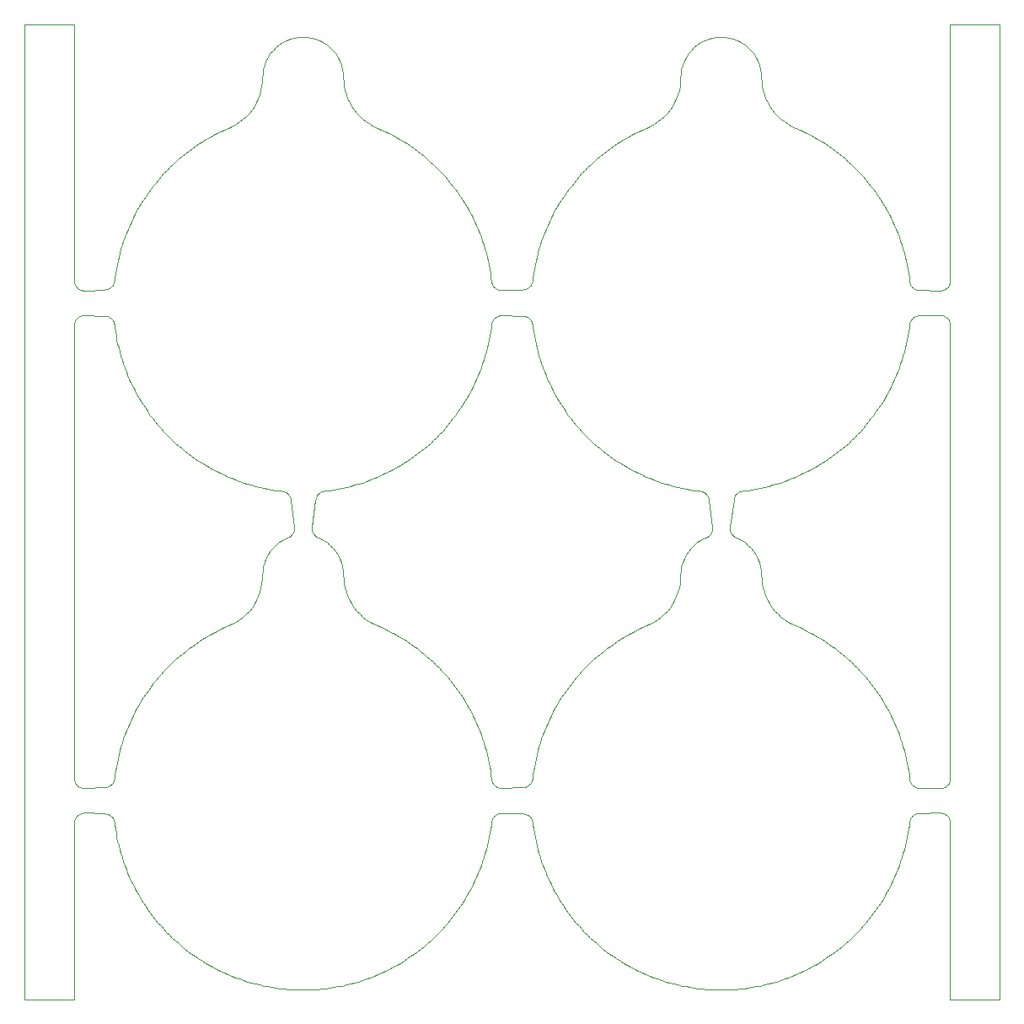
<source format=gko>
%MOIN*%
%OFA0B0*%
%FSLAX44Y44*%
%IPPOS*%
%LPD*%
%ADD10C,0*%
D10*
X00037007Y00028833D02*
X00037007Y00028833D01*
X00037006Y00028801D01*
X00037002Y00028771D01*
X00036996Y00028740D01*
X00036988Y00028710D01*
X00036977Y00028681D01*
X00036964Y00028653D01*
X00036949Y00028626D01*
X00036931Y00028600D01*
X00036912Y00028575D01*
X00036891Y00028553D01*
X00036868Y00028532D01*
X00036843Y00028513D01*
X00036817Y00028495D01*
X00036790Y00028480D01*
X00036761Y00028468D01*
X00036732Y00028457D01*
X00036702Y00028449D01*
X00036671Y00028443D01*
X00036640Y00028440D01*
X00036609Y00028439D01*
X00035787Y00028448D01*
X00035759Y00028449D01*
X00035730Y00028453D01*
X00035702Y00028458D01*
X00035674Y00028466D01*
X00035647Y00028476D01*
X00035621Y00028487D01*
X00035596Y00028500D01*
X00035571Y00028516D01*
X00035548Y00028533D01*
X00035526Y00028551D01*
X00035506Y00028571D01*
X00035487Y00028593D01*
X00035469Y00028616D01*
X00035454Y00028640D01*
X00035440Y00028665D01*
X00035428Y00028691D01*
X00035418Y00028718D01*
X00035410Y00028746D01*
X00035404Y00028774D01*
X00035400Y00028802D01*
X00035400Y00028804D01*
X00035380Y00028967D01*
X00035356Y00029131D01*
X00035329Y00029293D01*
X00035298Y00029455D01*
X00035264Y00029617D01*
X00035226Y00029777D01*
X00035184Y00029937D01*
X00035139Y00030096D01*
X00035091Y00030254D01*
X00035039Y00030410D01*
X00034984Y00030566D01*
X00034925Y00030720D01*
X00034863Y00030873D01*
X00034798Y00031024D01*
X00034729Y00031174D01*
X00034657Y00031323D01*
X00034581Y00031470D01*
X00034503Y00031615D01*
X00034421Y00031758D01*
X00034336Y00031900D01*
X00034249Y00032039D01*
X00034158Y00032177D01*
X00034064Y00032313D01*
X00033967Y00032446D01*
X00033867Y00032578D01*
X00033764Y00032707D01*
X00033659Y00032834D01*
X00033551Y00032958D01*
X00033440Y00033080D01*
X00033326Y00033200D01*
X00033210Y00033317D01*
X00033091Y00033432D01*
X00032970Y00033544D01*
X00032846Y00033653D01*
X00032720Y00033759D01*
X00032592Y00033863D01*
X00032461Y00033964D01*
X00032328Y00034062D01*
X00032193Y00034157D01*
X00032056Y00034249D01*
X00031917Y00034338D01*
X00031776Y00034423D01*
X00031634Y00034506D01*
X00031489Y00034586D01*
X00031343Y00034662D01*
X00031195Y00034735D01*
X00031045Y00034805D01*
X00030895Y00034872D01*
X00030895Y00034872D01*
X00030738Y00034942D01*
X00030588Y00035023D01*
X00030445Y00035117D01*
X00030310Y00035221D01*
X00030184Y00035336D01*
X00030067Y00035461D01*
X00029960Y00035594D01*
X00029864Y00035736D01*
X00029780Y00035885D01*
X00029708Y00036040D01*
X00029648Y00036200D01*
X00029601Y00036364D01*
X00029568Y00036532D01*
X00029547Y00036701D01*
X00029540Y00036872D01*
X00029532Y00037039D01*
X00029505Y00037205D01*
X00029462Y00037366D01*
X00029402Y00037523D01*
X00029326Y00037672D01*
X00029235Y00037812D01*
X00029129Y00037943D01*
X00029011Y00038061D01*
X00028881Y00038166D01*
X00028740Y00038258D01*
X00028591Y00038334D01*
X00028435Y00038394D01*
X00028273Y00038437D01*
X00028108Y00038463D01*
X00027940Y00038472D01*
X00027773Y00038463D01*
X00027608Y00038437D01*
X00027446Y00038394D01*
X00027290Y00038334D01*
X00027140Y00038258D01*
X00027000Y00038166D01*
X00026870Y00038061D01*
X00026751Y00037943D01*
X00026646Y00037812D01*
X00026555Y00037672D01*
X00026479Y00037523D01*
X00026419Y00037366D01*
X00026375Y00037205D01*
X00026349Y00037039D01*
X00026340Y00036872D01*
X00026334Y00036701D01*
X00026313Y00036532D01*
X00026280Y00036364D01*
X00026233Y00036200D01*
X00026173Y00036040D01*
X00026101Y00035885D01*
X00026017Y00035736D01*
X00025921Y00035595D01*
X00025814Y00035461D01*
X00025697Y00035336D01*
X00025571Y00035222D01*
X00025435Y00035117D01*
X00025292Y00035024D01*
X00025142Y00034942D01*
X00024986Y00034872D01*
X00024835Y00034805D01*
X00024686Y00034735D01*
X00024538Y00034662D01*
X00024392Y00034586D01*
X00024247Y00034506D01*
X00024105Y00034423D01*
X00023964Y00034338D01*
X00023825Y00034249D01*
X00023688Y00034157D01*
X00023553Y00034062D01*
X00023420Y00033964D01*
X00023289Y00033863D01*
X00023161Y00033759D01*
X00023035Y00033653D01*
X00022911Y00033544D01*
X00022790Y00033432D01*
X00022671Y00033317D01*
X00022555Y00033200D01*
X00022441Y00033080D01*
X00022330Y00032958D01*
X00022222Y00032834D01*
X00022117Y00032707D01*
X00022014Y00032578D01*
X00021914Y00032446D01*
X00021817Y00032313D01*
X00021723Y00032177D01*
X00021632Y00032039D01*
X00021544Y00031900D01*
X00021460Y00031758D01*
X00021378Y00031615D01*
X00021299Y00031470D01*
X00021224Y00031323D01*
X00021152Y00031174D01*
X00021083Y00031024D01*
X00021018Y00030873D01*
X00020956Y00030720D01*
X00020897Y00030566D01*
X00020842Y00030410D01*
X00020790Y00030254D01*
X00020741Y00030096D01*
X00020697Y00029937D01*
X00020655Y00029777D01*
X00020617Y00029617D01*
X00020583Y00029455D01*
X00020552Y00029293D01*
X00020525Y00029131D01*
X00020501Y00028967D01*
X00020483Y00028822D01*
X00020479Y00028795D01*
X00020473Y00028768D01*
X00020464Y00028741D01*
X00020454Y00028715D01*
X00020442Y00028690D01*
X00020429Y00028666D01*
X00020414Y00028642D01*
X00020397Y00028620D01*
X00020378Y00028599D01*
X00020358Y00028580D01*
X00020337Y00028562D01*
X00020315Y00028545D01*
X00020291Y00028530D01*
X00020267Y00028517D01*
X00020241Y00028506D01*
X00020215Y00028496D01*
X00020188Y00028488D01*
X00020161Y00028483D01*
X00020134Y00028479D01*
X00020106Y00028477D01*
X00019270Y00028448D01*
X00019240Y00028448D01*
X00019211Y00028451D01*
X00019181Y00028455D01*
X00019153Y00028462D01*
X00019124Y00028471D01*
X00019097Y00028482D01*
X00019070Y00028495D01*
X00019045Y00028510D01*
X00019020Y00028527D01*
X00018997Y00028545D01*
X00018976Y00028566D01*
X00018956Y00028588D01*
X00018938Y00028611D01*
X00018921Y00028635D01*
X00018907Y00028661D01*
X00018894Y00028688D01*
X00018883Y00028716D01*
X00018875Y00028744D01*
X00018869Y00028773D01*
X00018865Y00028802D01*
X00018865Y00028804D01*
X00018844Y00028967D01*
X00018821Y00029131D01*
X00018794Y00029293D01*
X00018763Y00029455D01*
X00018728Y00029617D01*
X00018690Y00029777D01*
X00018649Y00029937D01*
X00018604Y00030096D01*
X00018556Y00030254D01*
X00018504Y00030410D01*
X00018448Y00030566D01*
X00018390Y00030720D01*
X00018328Y00030873D01*
X00018262Y00031024D01*
X00018193Y00031174D01*
X00018121Y00031323D01*
X00018046Y00031470D01*
X00017968Y00031615D01*
X00017886Y00031758D01*
X00017801Y00031900D01*
X00017713Y00032039D01*
X00017622Y00032177D01*
X00017528Y00032313D01*
X00017431Y00032446D01*
X00017332Y00032578D01*
X00017229Y00032707D01*
X00017123Y00032834D01*
X00017015Y00032958D01*
X00016904Y00033080D01*
X00016791Y00033200D01*
X00016674Y00033317D01*
X00016556Y00033432D01*
X00016434Y00033544D01*
X00016311Y00033653D01*
X00016185Y00033759D01*
X00016056Y00033863D01*
X00015926Y00033964D01*
X00015793Y00034062D01*
X00015658Y00034157D01*
X00015521Y00034249D01*
X00015382Y00034338D01*
X00015241Y00034423D01*
X00015098Y00034506D01*
X00014954Y00034586D01*
X00014807Y00034662D01*
X00014660Y00034735D01*
X00014510Y00034805D01*
X00014359Y00034872D01*
X00014359Y00034872D01*
X00014203Y00034942D01*
X00014053Y00035023D01*
X00013910Y00035117D01*
X00013775Y00035221D01*
X00013648Y00035336D01*
X00013531Y00035461D01*
X00013425Y00035594D01*
X00013329Y00035736D01*
X00013245Y00035885D01*
X00013172Y00036040D01*
X00013113Y00036200D01*
X00013066Y00036364D01*
X00013032Y00036532D01*
X00013012Y00036701D01*
X00013005Y00036872D01*
X00012996Y00037039D01*
X00012970Y00037205D01*
X00012927Y00037366D01*
X00012867Y00037523D01*
X00012791Y00037672D01*
X00012699Y00037812D01*
X00012594Y00037943D01*
X00012476Y00038061D01*
X00012345Y00038166D01*
X00012205Y00038258D01*
X00012056Y00038334D01*
X00011899Y00038394D01*
X00011738Y00038437D01*
X00011572Y00038463D01*
X00011405Y00038472D01*
X00011238Y00038463D01*
X00011072Y00038437D01*
X00010911Y00038394D01*
X00010754Y00038334D01*
X00010605Y00038258D01*
X00010465Y00038166D01*
X00010334Y00038061D01*
X00010216Y00037943D01*
X00010111Y00037812D01*
X00010019Y00037672D01*
X00009943Y00037523D01*
X00009883Y00037366D01*
X00009840Y00037205D01*
X00009814Y00037039D01*
X00009805Y00036872D01*
X00009798Y00036701D01*
X00009778Y00036532D01*
X00009744Y00036364D01*
X00009697Y00036200D01*
X00009638Y00036040D01*
X00009565Y00035885D01*
X00009481Y00035736D01*
X00009385Y00035595D01*
X00009279Y00035461D01*
X00009162Y00035336D01*
X00009035Y00035222D01*
X00008900Y00035117D01*
X00008757Y00035024D01*
X00008607Y00034942D01*
X00008451Y00034872D01*
X00008300Y00034805D01*
X00008151Y00034735D01*
X00008003Y00034662D01*
X00007856Y00034586D01*
X00007712Y00034506D01*
X00007569Y00034423D01*
X00007428Y00034338D01*
X00007289Y00034249D01*
X00007152Y00034157D01*
X00007017Y00034062D01*
X00006884Y00033964D01*
X00006754Y00033863D01*
X00006625Y00033759D01*
X00006499Y00033653D01*
X00006376Y00033544D01*
X00006254Y00033432D01*
X00006136Y00033317D01*
X00006019Y00033200D01*
X00005906Y00033080D01*
X00005795Y00032958D01*
X00005687Y00032834D01*
X00005581Y00032707D01*
X00005478Y00032578D01*
X00005379Y00032446D01*
X00005282Y00032313D01*
X00005188Y00032177D01*
X00005097Y00032039D01*
X00005009Y00031900D01*
X00004924Y00031758D01*
X00004843Y00031615D01*
X00004764Y00031470D01*
X00004689Y00031323D01*
X00004617Y00031174D01*
X00004548Y00031024D01*
X00004482Y00030873D01*
X00004420Y00030720D01*
X00004362Y00030566D01*
X00004306Y00030410D01*
X00004254Y00030254D01*
X00004206Y00030096D01*
X00004161Y00029937D01*
X00004120Y00029777D01*
X00004082Y00029617D01*
X00004047Y00029455D01*
X00004016Y00029293D01*
X00003989Y00029131D01*
X00003966Y00028967D01*
X00003948Y00028822D01*
X00003948Y00028822D01*
X00003943Y00028795D01*
X00003937Y00028768D01*
X00003929Y00028742D01*
X00003919Y00028716D01*
X00003908Y00028691D01*
X00003894Y00028667D01*
X00003879Y00028644D01*
X00003862Y00028622D01*
X00003844Y00028601D01*
X00003825Y00028582D01*
X00003804Y00028564D01*
X00003782Y00028547D01*
X00003759Y00028532D01*
X00003734Y00028519D01*
X00003709Y00028507D01*
X00003684Y00028498D01*
X00003657Y00028490D01*
X00003630Y00028483D01*
X00003603Y00028479D01*
X00003575Y00028477D01*
X00002774Y00028439D01*
X00002742Y00028439D01*
X00002710Y00028441D01*
X00002679Y00028446D01*
X00002648Y00028454D01*
X00002618Y00028464D01*
X00002588Y00028476D01*
X00002560Y00028491D01*
X00002533Y00028508D01*
X00002508Y00028527D01*
X00002484Y00028548D01*
X00002462Y00028571D01*
X00002441Y00028595D01*
X00002423Y00028621D01*
X00002407Y00028649D01*
X00002393Y00028678D01*
X00002382Y00028707D01*
X00002373Y00028738D01*
X00002367Y00028769D01*
X00002363Y00028801D01*
X00002362Y00028833D01*
X00002362Y00038976D01*
X00000393Y00038976D01*
X00000393Y00000393D01*
X00002362Y00000393D01*
X00002362Y00007387D01*
X00002363Y00007419D01*
X00002367Y00007450D01*
X00002373Y00007481D01*
X00002382Y00007512D01*
X00002393Y00007541D01*
X00002407Y00007570D01*
X00002423Y00007597D01*
X00002441Y00007623D01*
X00002461Y00007648D01*
X00002483Y00007671D01*
X00002506Y00007692D01*
X00002532Y00007711D01*
X00002559Y00007728D01*
X00002587Y00007743D01*
X00002616Y00007755D01*
X00002646Y00007765D01*
X00002677Y00007773D01*
X00002708Y00007778D01*
X00002740Y00007780D01*
X00002771Y00007780D01*
X00003577Y00007747D01*
X00003605Y00007745D01*
X00003632Y00007741D01*
X00003660Y00007735D01*
X00003686Y00007727D01*
X00003712Y00007718D01*
X00003737Y00007706D01*
X00003762Y00007693D01*
X00003785Y00007678D01*
X00003807Y00007661D01*
X00003828Y00007643D01*
X00003848Y00007624D01*
X00003866Y00007603D01*
X00003883Y00007581D01*
X00003898Y00007557D01*
X00003912Y00007533D01*
X00003924Y00007508D01*
X00003934Y00007482D01*
X00003942Y00007456D01*
X00003948Y00007429D01*
X00003952Y00007401D01*
X00003963Y00007308D01*
X00003987Y00007145D01*
X00004014Y00006982D01*
X00004044Y00006820D01*
X00004078Y00006658D01*
X00004116Y00006497D01*
X00004157Y00006338D01*
X00004201Y00006179D01*
X00004249Y00006021D01*
X00004301Y00005864D01*
X00004356Y00005709D01*
X00004414Y00005554D01*
X00004476Y00005401D01*
X00004541Y00005250D01*
X00004610Y00005099D01*
X00004681Y00004951D01*
X00004756Y00004804D01*
X00004834Y00004659D01*
X00004916Y00004515D01*
X00005000Y00004373D01*
X00005088Y00004233D01*
X00005179Y00004096D01*
X00005272Y00003960D01*
X00005369Y00003826D01*
X00005468Y00003694D01*
X00005571Y00003565D01*
X00005676Y00003438D01*
X00005784Y00003313D01*
X00005895Y00003191D01*
X00006008Y00003071D01*
X00006124Y00002953D01*
X00006242Y00002839D01*
X00006363Y00002726D01*
X00006487Y00002617D01*
X00006613Y00002510D01*
X00006741Y00002406D01*
X00006871Y00002305D01*
X00007004Y00002207D01*
X00007139Y00002112D01*
X00007275Y00002019D01*
X00007414Y00001930D01*
X00007555Y00001844D01*
X00007697Y00001761D01*
X00007842Y00001681D01*
X00007988Y00001604D01*
X00008136Y00001531D01*
X00008285Y00001460D01*
X00008436Y00001393D01*
X00008588Y00001330D01*
X00008742Y00001270D01*
X00008897Y00001213D01*
X00009053Y00001159D01*
X00009210Y00001109D01*
X00009368Y00001063D01*
X00009528Y00001020D01*
X00009688Y00000980D01*
X00009849Y00000944D01*
X00010011Y00000912D01*
X00010173Y00000883D01*
X00010336Y00000858D01*
X00010500Y00000836D01*
X00010664Y00000818D01*
X00010828Y00000803D01*
X00010993Y00000792D01*
X00011158Y00000785D01*
X00011322Y00000782D01*
X00011488Y00000782D01*
X00011652Y00000785D01*
X00011817Y00000792D01*
X00011982Y00000803D01*
X00012146Y00000818D01*
X00012310Y00000836D01*
X00012474Y00000858D01*
X00012637Y00000883D01*
X00012799Y00000912D01*
X00012961Y00000944D01*
X00013122Y00000980D01*
X00013282Y00001020D01*
X00013442Y00001063D01*
X00013600Y00001109D01*
X00013757Y00001159D01*
X00013913Y00001213D01*
X00014068Y00001270D01*
X00014222Y00001330D01*
X00014374Y00001393D01*
X00014525Y00001460D01*
X00014674Y00001531D01*
X00014822Y00001604D01*
X00014968Y00001681D01*
X00015113Y00001761D01*
X00015255Y00001844D01*
X00015396Y00001930D01*
X00015535Y00002019D01*
X00015671Y00002112D01*
X00015806Y00002207D01*
X00015939Y00002305D01*
X00016069Y00002406D01*
X00016197Y00002510D01*
X00016323Y00002617D01*
X00016447Y00002726D01*
X00016568Y00002839D01*
X00016686Y00002953D01*
X00016802Y00003071D01*
X00016915Y00003191D01*
X00017026Y00003313D01*
X00017134Y00003438D01*
X00017239Y00003565D01*
X00017342Y00003694D01*
X00017441Y00003826D01*
X00017538Y00003960D01*
X00017631Y00004095D01*
X00017722Y00004233D01*
X00017810Y00004373D01*
X00017894Y00004515D01*
X00017976Y00004659D01*
X00018054Y00004804D01*
X00018129Y00004951D01*
X00018200Y00005099D01*
X00018269Y00005250D01*
X00018334Y00005401D01*
X00018396Y00005554D01*
X00018454Y00005709D01*
X00018509Y00005864D01*
X00018561Y00006021D01*
X00018609Y00006179D01*
X00018653Y00006338D01*
X00018694Y00006497D01*
X00018732Y00006658D01*
X00018766Y00006820D01*
X00018796Y00006982D01*
X00018823Y00007145D01*
X00018847Y00007308D01*
X00018860Y00007421D01*
X00018865Y00007450D01*
X00018871Y00007478D01*
X00018880Y00007506D01*
X00018891Y00007533D01*
X00018904Y00007559D01*
X00018918Y00007584D01*
X00018934Y00007608D01*
X00018953Y00007631D01*
X00018972Y00007652D01*
X00018993Y00007672D01*
X00019016Y00007690D01*
X00019040Y00007706D01*
X00019065Y00007721D01*
X00019091Y00007734D01*
X00019118Y00007745D01*
X00019146Y00007754D01*
X00019174Y00007760D01*
X00019203Y00007765D01*
X00019232Y00007767D01*
X00019261Y00007768D01*
X00020106Y00007748D01*
X00020134Y00007746D01*
X00020162Y00007742D01*
X00020189Y00007737D01*
X00020217Y00007729D01*
X00020243Y00007720D01*
X00020269Y00007708D01*
X00020293Y00007695D01*
X00020317Y00007680D01*
X00020340Y00007664D01*
X00020361Y00007645D01*
X00020382Y00007626D01*
X00020400Y00007605D01*
X00020417Y00007583D01*
X00020433Y00007559D01*
X00020447Y00007535D01*
X00020459Y00007509D01*
X00020469Y00007483D01*
X00020477Y00007456D01*
X00020483Y00007429D01*
X00020488Y00007401D01*
X00020499Y00007308D01*
X00020522Y00007145D01*
X00020549Y00006982D01*
X00020580Y00006820D01*
X00020614Y00006658D01*
X00020651Y00006497D01*
X00020692Y00006338D01*
X00020737Y00006179D01*
X00020785Y00006021D01*
X00020836Y00005864D01*
X00020891Y00005709D01*
X00020950Y00005554D01*
X00021012Y00005401D01*
X00021077Y00005250D01*
X00021145Y00005099D01*
X00021217Y00004951D01*
X00021292Y00004804D01*
X00021370Y00004659D01*
X00021451Y00004515D01*
X00021536Y00004373D01*
X00021623Y00004233D01*
X00021714Y00004096D01*
X00021808Y00003960D01*
X00021904Y00003826D01*
X00022004Y00003694D01*
X00022106Y00003565D01*
X00022211Y00003438D01*
X00022319Y00003313D01*
X00022430Y00003191D01*
X00022543Y00003071D01*
X00022659Y00002953D01*
X00022778Y00002839D01*
X00022899Y00002726D01*
X00023022Y00002617D01*
X00023148Y00002510D01*
X00023276Y00002406D01*
X00023407Y00002305D01*
X00023539Y00002207D01*
X00023674Y00002112D01*
X00023811Y00002019D01*
X00023950Y00001930D01*
X00024090Y00001844D01*
X00024233Y00001761D01*
X00024377Y00001681D01*
X00024523Y00001604D01*
X00024671Y00001531D01*
X00024820Y00001460D01*
X00024971Y00001393D01*
X00025123Y00001330D01*
X00025277Y00001270D01*
X00025432Y00001213D01*
X00025588Y00001159D01*
X00025745Y00001109D01*
X00025904Y00001063D01*
X00026063Y00001020D01*
X00026223Y00000980D01*
X00026384Y00000944D01*
X00026546Y00000912D01*
X00026708Y00000883D01*
X00026872Y00000858D01*
X00027035Y00000836D01*
X00027199Y00000818D01*
X00027363Y00000803D01*
X00027528Y00000792D01*
X00027693Y00000785D01*
X00027858Y00000782D01*
X00028023Y00000782D01*
X00028188Y00000785D01*
X00028353Y00000792D01*
X00028517Y00000803D01*
X00028682Y00000818D01*
X00028846Y00000836D01*
X00029009Y00000858D01*
X00029172Y00000883D01*
X00029335Y00000912D01*
X00029497Y00000944D01*
X00029658Y00000980D01*
X00029818Y00001020D01*
X00029977Y00001063D01*
X00030136Y00001109D01*
X00030293Y00001159D01*
X00030449Y00001213D01*
X00030604Y00001270D01*
X00030757Y00001330D01*
X00030910Y00001393D01*
X00031060Y00001460D01*
X00031210Y00001531D01*
X00031358Y00001604D01*
X00031504Y00001681D01*
X00031648Y00001761D01*
X00031791Y00001844D01*
X00031931Y00001930D01*
X00032070Y00002019D01*
X00032207Y00002112D01*
X00032342Y00002207D01*
X00032474Y00002305D01*
X00032605Y00002406D01*
X00032733Y00002510D01*
X00032858Y00002617D01*
X00032982Y00002726D01*
X00033103Y00002839D01*
X00033221Y00002953D01*
X00033337Y00003071D01*
X00033451Y00003191D01*
X00033562Y00003313D01*
X00033670Y00003438D01*
X00033775Y00003565D01*
X00033877Y00003694D01*
X00033977Y00003826D01*
X00034073Y00003960D01*
X00034167Y00004095D01*
X00034258Y00004233D01*
X00034345Y00004373D01*
X00034430Y00004515D01*
X00034511Y00004659D01*
X00034589Y00004804D01*
X00034664Y00004951D01*
X00034736Y00005099D01*
X00034804Y00005250D01*
X00034869Y00005401D01*
X00034931Y00005554D01*
X00034989Y00005709D01*
X00035044Y00005864D01*
X00035096Y00006021D01*
X00035144Y00006179D01*
X00035189Y00006338D01*
X00035230Y00006497D01*
X00035267Y00006658D01*
X00035301Y00006820D01*
X00035332Y00006982D01*
X00035359Y00007145D01*
X00035382Y00007308D01*
X00035396Y00007421D01*
X00035400Y00007449D01*
X00035406Y00007477D01*
X00035415Y00007504D01*
X00035425Y00007530D01*
X00035437Y00007556D01*
X00035451Y00007580D01*
X00035467Y00007604D01*
X00035484Y00007626D01*
X00035503Y00007647D01*
X00035523Y00007667D01*
X00035545Y00007685D01*
X00035568Y00007701D01*
X00035592Y00007716D01*
X00035617Y00007729D01*
X00035643Y00007741D01*
X00035669Y00007750D01*
X00035697Y00007757D01*
X00035724Y00007763D01*
X00035752Y00007766D01*
X00035781Y00007768D01*
X00036608Y00007781D01*
X00036639Y00007780D01*
X00036670Y00007777D01*
X00036701Y00007771D01*
X00036731Y00007763D01*
X00036760Y00007752D01*
X00036789Y00007740D01*
X00036816Y00007725D01*
X00036842Y00007707D01*
X00036867Y00007688D01*
X00036890Y00007667D01*
X00036911Y00007645D01*
X00036931Y00007620D01*
X00036948Y00007594D01*
X00036964Y00007567D01*
X00036977Y00007539D01*
X00036988Y00007510D01*
X00036996Y00007480D01*
X00037002Y00007449D01*
X00037006Y00007418D01*
X00037007Y00007387D01*
X00037007Y00000393D01*
X00038976Y00000393D01*
X00038976Y00038976D01*
X00037007Y00038976D01*
X00037007Y00028833D01*
X00028548Y00018665D02*
X00028548Y00018665D01*
X00028524Y00018675D01*
X00028501Y00018687D01*
X00028478Y00018700D01*
X00028456Y00018715D01*
X00028436Y00018732D01*
X00028416Y00018749D01*
X00028398Y00018768D01*
X00028381Y00018788D01*
X00028365Y00018809D01*
X00028351Y00018832D01*
X00028338Y00018855D01*
X00028327Y00018878D01*
X00028318Y00018903D01*
X00028310Y00018928D01*
X00028304Y00018954D01*
X00028299Y00018980D01*
X00028297Y00019006D01*
X00028296Y00019032D01*
X00028297Y00019058D01*
X00028299Y00019085D01*
X00028445Y00020176D01*
X00028449Y00020202D01*
X00028455Y00020227D01*
X00028463Y00020252D01*
X00028472Y00020276D01*
X00028483Y00020300D01*
X00028496Y00020323D01*
X00028510Y00020345D01*
X00028525Y00020366D01*
X00028542Y00020386D01*
X00028560Y00020405D01*
X00028579Y00020423D01*
X00028600Y00020439D01*
X00028621Y00020454D01*
X00028644Y00020468D01*
X00028667Y00020480D01*
X00028691Y00020490D01*
X00028715Y00020499D01*
X00028741Y00020506D01*
X00028766Y00020511D01*
X00028792Y00020515D01*
X00028846Y00020521D01*
X00029009Y00020543D01*
X00029172Y00020568D01*
X00029335Y00020597D01*
X00029497Y00020629D01*
X00029658Y00020665D01*
X00029818Y00020705D01*
X00029977Y00020748D01*
X00030136Y00020794D01*
X00030293Y00020844D01*
X00030449Y00020898D01*
X00030604Y00020955D01*
X00030757Y00021015D01*
X00030910Y00021078D01*
X00031060Y00021145D01*
X00031210Y00021216D01*
X00031358Y00021289D01*
X00031504Y00021366D01*
X00031648Y00021446D01*
X00031791Y00021529D01*
X00031931Y00021615D01*
X00032070Y00021704D01*
X00032207Y00021797D01*
X00032342Y00021892D01*
X00032474Y00021990D01*
X00032605Y00022091D01*
X00032733Y00022195D01*
X00032858Y00022302D01*
X00032982Y00022411D01*
X00033103Y00022524D01*
X00033221Y00022638D01*
X00033337Y00022756D01*
X00033451Y00022876D01*
X00033562Y00022998D01*
X00033670Y00023123D01*
X00033775Y00023250D01*
X00033877Y00023379D01*
X00033977Y00023511D01*
X00034073Y00023645D01*
X00034167Y00023781D01*
X00034258Y00023918D01*
X00034345Y00024058D01*
X00034430Y00024200D01*
X00034511Y00024344D01*
X00034589Y00024489D01*
X00034664Y00024636D01*
X00034736Y00024784D01*
X00034804Y00024935D01*
X00034869Y00025086D01*
X00034931Y00025239D01*
X00034989Y00025394D01*
X00035044Y00025549D01*
X00035096Y00025706D01*
X00035144Y00025864D01*
X00035189Y00026023D01*
X00035230Y00026182D01*
X00035267Y00026343D01*
X00035301Y00026505D01*
X00035332Y00026667D01*
X00035359Y00026830D01*
X00035382Y00026993D01*
X00035396Y00027106D01*
X00035396Y00027106D01*
X00035400Y00027134D01*
X00035406Y00027162D01*
X00035415Y00027189D01*
X00035425Y00027215D01*
X00035437Y00027241D01*
X00035451Y00027265D01*
X00035467Y00027289D01*
X00035484Y00027311D01*
X00035503Y00027332D01*
X00035523Y00027352D01*
X00035545Y00027370D01*
X00035568Y00027386D01*
X00035592Y00027401D01*
X00035617Y00027414D01*
X00035643Y00027426D01*
X00035669Y00027435D01*
X00035697Y00027443D01*
X00035724Y00027448D01*
X00035752Y00027451D01*
X00035781Y00027453D01*
X00036608Y00027466D01*
X00036639Y00027465D01*
X00036670Y00027462D01*
X00036701Y00027456D01*
X00036731Y00027448D01*
X00036760Y00027437D01*
X00036789Y00027425D01*
X00036816Y00027410D01*
X00036842Y00027393D01*
X00036867Y00027373D01*
X00036890Y00027352D01*
X00036911Y00027330D01*
X00036931Y00027305D01*
X00036948Y00027279D01*
X00036964Y00027252D01*
X00036977Y00027224D01*
X00036988Y00027195D01*
X00036996Y00027165D01*
X00037002Y00027134D01*
X00037006Y00027103D01*
X00037007Y00027072D01*
X00037007Y00009148D01*
X00037006Y00009116D01*
X00037002Y00009086D01*
X00036996Y00009055D01*
X00036988Y00009025D01*
X00036977Y00008996D01*
X00036964Y00008968D01*
X00036949Y00008941D01*
X00036931Y00008915D01*
X00036912Y00008890D01*
X00036891Y00008868D01*
X00036868Y00008847D01*
X00036843Y00008828D01*
X00036817Y00008810D01*
X00036790Y00008795D01*
X00036761Y00008783D01*
X00036732Y00008772D01*
X00036702Y00008764D01*
X00036671Y00008758D01*
X00036640Y00008755D01*
X00036609Y00008754D01*
X00035787Y00008763D01*
X00035759Y00008764D01*
X00035730Y00008768D01*
X00035702Y00008773D01*
X00035674Y00008781D01*
X00035647Y00008791D01*
X00035621Y00008802D01*
X00035596Y00008815D01*
X00035571Y00008831D01*
X00035548Y00008848D01*
X00035526Y00008866D01*
X00035506Y00008886D01*
X00035487Y00008908D01*
X00035469Y00008931D01*
X00035454Y00008955D01*
X00035440Y00008980D01*
X00035428Y00009006D01*
X00035418Y00009033D01*
X00035410Y00009061D01*
X00035404Y00009089D01*
X00035400Y00009117D01*
X00035400Y00009118D01*
X00035380Y00009282D01*
X00035356Y00009446D01*
X00035329Y00009608D01*
X00035298Y00009770D01*
X00035264Y00009932D01*
X00035226Y00010092D01*
X00035184Y00010252D01*
X00035139Y00010411D01*
X00035091Y00010569D01*
X00035039Y00010725D01*
X00034984Y00010881D01*
X00034925Y00011035D01*
X00034863Y00011188D01*
X00034798Y00011339D01*
X00034729Y00011489D01*
X00034657Y00011638D01*
X00034581Y00011785D01*
X00034503Y00011930D01*
X00034421Y00012073D01*
X00034336Y00012215D01*
X00034249Y00012354D01*
X00034158Y00012492D01*
X00034064Y00012628D01*
X00033967Y00012761D01*
X00033867Y00012893D01*
X00033764Y00013022D01*
X00033659Y00013149D01*
X00033551Y00013273D01*
X00033440Y00013395D01*
X00033326Y00013515D01*
X00033210Y00013632D01*
X00033091Y00013747D01*
X00032970Y00013859D01*
X00032846Y00013968D01*
X00032720Y00014074D01*
X00032592Y00014178D01*
X00032461Y00014279D01*
X00032328Y00014377D01*
X00032193Y00014472D01*
X00032056Y00014564D01*
X00031917Y00014653D01*
X00031776Y00014738D01*
X00031634Y00014821D01*
X00031489Y00014901D01*
X00031343Y00014977D01*
X00031195Y00015050D01*
X00031045Y00015120D01*
X00030895Y00015187D01*
X00030895Y00015187D01*
X00030738Y00015257D01*
X00030588Y00015338D01*
X00030445Y00015432D01*
X00030310Y00015536D01*
X00030184Y00015651D01*
X00030067Y00015776D01*
X00029960Y00015909D01*
X00029864Y00016051D01*
X00029780Y00016200D01*
X00029708Y00016354D01*
X00029648Y00016515D01*
X00029601Y00016679D01*
X00029568Y00016846D01*
X00029547Y00017016D01*
X00029540Y00017187D01*
X00029532Y00017354D01*
X00029505Y00017520D01*
X00029462Y00017681D01*
X00029402Y00017838D01*
X00029326Y00017987D01*
X00029235Y00018127D01*
X00029129Y00018258D01*
X00029011Y00018376D01*
X00028881Y00018481D01*
X00028740Y00018573D01*
X00028591Y00018649D01*
X00028548Y00018665D01*
X00012013Y00018665D02*
X00012013Y00018665D01*
X00011989Y00018675D01*
X00011965Y00018687D01*
X00011943Y00018700D01*
X00011921Y00018715D01*
X00011900Y00018732D01*
X00011881Y00018749D01*
X00011862Y00018768D01*
X00011845Y00018788D01*
X00011830Y00018809D01*
X00011816Y00018832D01*
X00011803Y00018855D01*
X00011792Y00018878D01*
X00011782Y00018903D01*
X00011775Y00018928D01*
X00011768Y00018954D01*
X00011764Y00018980D01*
X00011761Y00019006D01*
X00011760Y00019032D01*
X00011761Y00019058D01*
X00011764Y00019085D01*
X00011910Y00020176D01*
X00011914Y00020202D01*
X00011920Y00020227D01*
X00011928Y00020252D01*
X00011937Y00020276D01*
X00011948Y00020300D01*
X00011960Y00020323D01*
X00011974Y00020345D01*
X00011990Y00020366D01*
X00012007Y00020386D01*
X00012025Y00020405D01*
X00012044Y00020423D01*
X00012064Y00020439D01*
X00012086Y00020454D01*
X00012108Y00020468D01*
X00012131Y00020480D01*
X00012155Y00020490D01*
X00012180Y00020499D01*
X00012205Y00020506D01*
X00012231Y00020511D01*
X00012257Y00020515D01*
X00012310Y00020521D01*
X00012474Y00020543D01*
X00012637Y00020568D01*
X00012799Y00020597D01*
X00012961Y00020629D01*
X00013122Y00020665D01*
X00013282Y00020705D01*
X00013442Y00020748D01*
X00013600Y00020794D01*
X00013757Y00020844D01*
X00013913Y00020898D01*
X00014068Y00020955D01*
X00014222Y00021015D01*
X00014374Y00021078D01*
X00014525Y00021145D01*
X00014674Y00021216D01*
X00014822Y00021289D01*
X00014968Y00021366D01*
X00015113Y00021446D01*
X00015255Y00021529D01*
X00015396Y00021615D01*
X00015535Y00021704D01*
X00015671Y00021797D01*
X00015806Y00021892D01*
X00015939Y00021990D01*
X00016069Y00022091D01*
X00016197Y00022195D01*
X00016323Y00022302D01*
X00016447Y00022411D01*
X00016568Y00022524D01*
X00016686Y00022638D01*
X00016802Y00022756D01*
X00016915Y00022876D01*
X00017026Y00022998D01*
X00017134Y00023123D01*
X00017239Y00023250D01*
X00017342Y00023379D01*
X00017441Y00023511D01*
X00017538Y00023645D01*
X00017631Y00023781D01*
X00017722Y00023918D01*
X00017810Y00024058D01*
X00017894Y00024200D01*
X00017976Y00024344D01*
X00018054Y00024489D01*
X00018129Y00024636D01*
X00018200Y00024784D01*
X00018269Y00024935D01*
X00018334Y00025086D01*
X00018396Y00025239D01*
X00018454Y00025394D01*
X00018509Y00025549D01*
X00018561Y00025706D01*
X00018609Y00025864D01*
X00018653Y00026023D01*
X00018694Y00026182D01*
X00018732Y00026343D01*
X00018766Y00026505D01*
X00018796Y00026667D01*
X00018823Y00026830D01*
X00018847Y00026993D01*
X00018860Y00027106D01*
X00018865Y00027135D01*
X00018871Y00027163D01*
X00018880Y00027191D01*
X00018891Y00027218D01*
X00018904Y00027244D01*
X00018918Y00027269D01*
X00018934Y00027293D01*
X00018953Y00027316D01*
X00018972Y00027337D01*
X00018993Y00027357D01*
X00019016Y00027375D01*
X00019040Y00027392D01*
X00019065Y00027406D01*
X00019091Y00027419D01*
X00019118Y00027430D01*
X00019146Y00027439D01*
X00019174Y00027445D01*
X00019203Y00027450D01*
X00019232Y00027452D01*
X00019261Y00027453D01*
X00020106Y00027433D01*
X00020134Y00027431D01*
X00020162Y00027427D01*
X00020189Y00027422D01*
X00020217Y00027414D01*
X00020243Y00027405D01*
X00020269Y00027393D01*
X00020293Y00027380D01*
X00020317Y00027365D01*
X00020340Y00027349D01*
X00020361Y00027331D01*
X00020382Y00027311D01*
X00020400Y00027290D01*
X00020417Y00027268D01*
X00020433Y00027244D01*
X00020447Y00027220D01*
X00020459Y00027194D01*
X00020469Y00027168D01*
X00020477Y00027141D01*
X00020483Y00027114D01*
X00020488Y00027086D01*
X00020499Y00026993D01*
X00020522Y00026830D01*
X00020549Y00026667D01*
X00020580Y00026505D01*
X00020614Y00026343D01*
X00020651Y00026182D01*
X00020692Y00026023D01*
X00020737Y00025864D01*
X00020785Y00025706D01*
X00020836Y00025549D01*
X00020891Y00025394D01*
X00020950Y00025239D01*
X00021012Y00025086D01*
X00021077Y00024935D01*
X00021145Y00024785D01*
X00021217Y00024636D01*
X00021292Y00024489D01*
X00021370Y00024344D01*
X00021451Y00024200D01*
X00021536Y00024058D01*
X00021623Y00023918D01*
X00021714Y00023781D01*
X00021808Y00023645D01*
X00021904Y00023511D01*
X00022004Y00023379D01*
X00022106Y00023250D01*
X00022211Y00023123D01*
X00022319Y00022998D01*
X00022430Y00022876D01*
X00022543Y00022756D01*
X00022659Y00022638D01*
X00022778Y00022524D01*
X00022899Y00022411D01*
X00023022Y00022302D01*
X00023148Y00022195D01*
X00023276Y00022091D01*
X00023407Y00021990D01*
X00023539Y00021892D01*
X00023674Y00021797D01*
X00023811Y00021704D01*
X00023950Y00021615D01*
X00024090Y00021529D01*
X00024233Y00021446D01*
X00024377Y00021366D01*
X00024523Y00021289D01*
X00024671Y00021216D01*
X00024820Y00021145D01*
X00024971Y00021078D01*
X00025123Y00021015D01*
X00025277Y00020955D01*
X00025432Y00020898D01*
X00025588Y00020844D01*
X00025745Y00020794D01*
X00025904Y00020748D01*
X00026063Y00020705D01*
X00026223Y00020665D01*
X00026384Y00020629D01*
X00026546Y00020597D01*
X00026708Y00020568D01*
X00026872Y00020543D01*
X00027035Y00020521D01*
X00027110Y00020513D01*
X00027136Y00020509D01*
X00027162Y00020503D01*
X00027187Y00020496D01*
X00027212Y00020487D01*
X00027236Y00020477D01*
X00027259Y00020465D01*
X00027282Y00020451D01*
X00027303Y00020436D01*
X00027324Y00020420D01*
X00027343Y00020402D01*
X00027361Y00020383D01*
X00027378Y00020363D01*
X00027393Y00020342D01*
X00027407Y00020320D01*
X00027420Y00020296D01*
X00027430Y00020273D01*
X00027440Y00020248D01*
X00027447Y00020223D01*
X00027453Y00020197D01*
X00027457Y00020171D01*
X00027596Y00019088D01*
X00027599Y00019062D01*
X00027599Y00019036D01*
X00027598Y00019010D01*
X00027596Y00018983D01*
X00027591Y00018958D01*
X00027585Y00018932D01*
X00027577Y00018907D01*
X00027567Y00018883D01*
X00027556Y00018859D01*
X00027544Y00018836D01*
X00027529Y00018814D01*
X00027514Y00018793D01*
X00027497Y00018773D01*
X00027479Y00018754D01*
X00027459Y00018737D01*
X00027438Y00018721D01*
X00027417Y00018706D01*
X00027394Y00018692D01*
X00027371Y00018681D01*
X00027347Y00018670D01*
X00027290Y00018649D01*
X00027140Y00018573D01*
X00027000Y00018481D01*
X00026870Y00018376D01*
X00026751Y00018258D01*
X00026646Y00018127D01*
X00026555Y00017987D01*
X00026479Y00017838D01*
X00026419Y00017681D01*
X00026375Y00017520D01*
X00026349Y00017354D01*
X00026340Y00017187D01*
X00026334Y00017016D01*
X00026313Y00016846D01*
X00026280Y00016679D01*
X00026233Y00016515D01*
X00026173Y00016354D01*
X00026101Y00016200D01*
X00026017Y00016051D01*
X00025921Y00015909D01*
X00025814Y00015776D01*
X00025697Y00015651D01*
X00025571Y00015536D01*
X00025435Y00015432D01*
X00025292Y00015338D01*
X00025142Y00015257D01*
X00024986Y00015187D01*
X00024835Y00015120D01*
X00024686Y00015050D01*
X00024538Y00014977D01*
X00024392Y00014901D01*
X00024247Y00014821D01*
X00024105Y00014738D01*
X00023964Y00014653D01*
X00023825Y00014564D01*
X00023688Y00014472D01*
X00023553Y00014377D01*
X00023420Y00014279D01*
X00023289Y00014178D01*
X00023161Y00014074D01*
X00023035Y00013968D01*
X00022911Y00013859D01*
X00022790Y00013747D01*
X00022671Y00013632D01*
X00022555Y00013515D01*
X00022441Y00013395D01*
X00022330Y00013273D01*
X00022222Y00013149D01*
X00022117Y00013022D01*
X00022014Y00012893D01*
X00021914Y00012761D01*
X00021817Y00012628D01*
X00021723Y00012492D01*
X00021632Y00012354D01*
X00021544Y00012215D01*
X00021460Y00012073D01*
X00021378Y00011930D01*
X00021299Y00011785D01*
X00021224Y00011638D01*
X00021152Y00011489D01*
X00021083Y00011339D01*
X00021018Y00011188D01*
X00020956Y00011035D01*
X00020897Y00010881D01*
X00020842Y00010725D01*
X00020790Y00010569D01*
X00020741Y00010411D01*
X00020697Y00010252D01*
X00020655Y00010092D01*
X00020617Y00009932D01*
X00020583Y00009770D01*
X00020552Y00009608D01*
X00020525Y00009446D01*
X00020501Y00009282D01*
X00020483Y00009137D01*
X00020479Y00009110D01*
X00020473Y00009083D01*
X00020464Y00009056D01*
X00020454Y00009030D01*
X00020442Y00009005D01*
X00020429Y00008981D01*
X00020414Y00008957D01*
X00020397Y00008935D01*
X00020378Y00008914D01*
X00020358Y00008895D01*
X00020337Y00008877D01*
X00020315Y00008860D01*
X00020291Y00008845D01*
X00020267Y00008832D01*
X00020241Y00008821D01*
X00020215Y00008811D01*
X00020188Y00008803D01*
X00020161Y00008798D01*
X00020134Y00008794D01*
X00020106Y00008792D01*
X00019270Y00008763D01*
X00019240Y00008763D01*
X00019211Y00008766D01*
X00019181Y00008770D01*
X00019153Y00008777D01*
X00019124Y00008786D01*
X00019097Y00008797D01*
X00019070Y00008810D01*
X00019045Y00008825D01*
X00019020Y00008842D01*
X00018997Y00008860D01*
X00018976Y00008881D01*
X00018956Y00008902D01*
X00018938Y00008926D01*
X00018921Y00008950D01*
X00018907Y00008976D01*
X00018894Y00009003D01*
X00018883Y00009031D01*
X00018875Y00009059D01*
X00018869Y00009088D01*
X00018865Y00009117D01*
X00018865Y00009118D01*
X00018844Y00009282D01*
X00018821Y00009446D01*
X00018794Y00009608D01*
X00018763Y00009770D01*
X00018728Y00009932D01*
X00018690Y00010092D01*
X00018649Y00010252D01*
X00018604Y00010411D01*
X00018556Y00010569D01*
X00018504Y00010725D01*
X00018448Y00010881D01*
X00018390Y00011035D01*
X00018328Y00011188D01*
X00018262Y00011339D01*
X00018193Y00011489D01*
X00018121Y00011638D01*
X00018046Y00011785D01*
X00017968Y00011930D01*
X00017886Y00012073D01*
X00017801Y00012215D01*
X00017713Y00012354D01*
X00017622Y00012492D01*
X00017528Y00012628D01*
X00017431Y00012761D01*
X00017332Y00012893D01*
X00017229Y00013022D01*
X00017123Y00013149D01*
X00017015Y00013273D01*
X00016904Y00013395D01*
X00016791Y00013515D01*
X00016674Y00013632D01*
X00016556Y00013747D01*
X00016434Y00013859D01*
X00016311Y00013968D01*
X00016185Y00014074D01*
X00016056Y00014178D01*
X00015926Y00014279D01*
X00015793Y00014377D01*
X00015658Y00014472D01*
X00015521Y00014564D01*
X00015382Y00014653D01*
X00015241Y00014738D01*
X00015098Y00014821D01*
X00014954Y00014901D01*
X00014807Y00014977D01*
X00014660Y00015050D01*
X00014510Y00015120D01*
X00014359Y00015187D01*
X00014359Y00015187D01*
X00014203Y00015257D01*
X00014053Y00015338D01*
X00013910Y00015432D01*
X00013775Y00015536D01*
X00013648Y00015651D01*
X00013531Y00015776D01*
X00013425Y00015909D01*
X00013329Y00016051D01*
X00013245Y00016200D01*
X00013172Y00016354D01*
X00013113Y00016515D01*
X00013066Y00016679D01*
X00013032Y00016846D01*
X00013012Y00017016D01*
X00013005Y00017187D01*
X00012996Y00017354D01*
X00012970Y00017520D01*
X00012927Y00017681D01*
X00012867Y00017838D01*
X00012791Y00017987D01*
X00012699Y00018127D01*
X00012594Y00018258D01*
X00012476Y00018376D01*
X00012345Y00018481D01*
X00012205Y00018573D01*
X00012056Y00018649D01*
X00012013Y00018665D01*
X00010575Y00020513D02*
X00010575Y00020513D01*
X00010601Y00020509D01*
X00010626Y00020503D01*
X00010652Y00020496D01*
X00010676Y00020487D01*
X00010700Y00020477D01*
X00010724Y00020465D01*
X00010746Y00020451D01*
X00010768Y00020436D01*
X00010788Y00020420D01*
X00010807Y00020402D01*
X00010826Y00020383D01*
X00010842Y00020363D01*
X00010858Y00020342D01*
X00010872Y00020320D01*
X00010884Y00020296D01*
X00010895Y00020273D01*
X00010904Y00020248D01*
X00010912Y00020223D01*
X00010918Y00020197D01*
X00010922Y00020171D01*
X00011061Y00019088D01*
X00011063Y00019062D01*
X00011064Y00019036D01*
X00011063Y00019010D01*
X00011060Y00018983D01*
X00011056Y00018958D01*
X00011049Y00018932D01*
X00011042Y00018907D01*
X00011032Y00018883D01*
X00011021Y00018859D01*
X00011008Y00018836D01*
X00010994Y00018814D01*
X00010978Y00018793D01*
X00010961Y00018773D01*
X00010943Y00018754D01*
X00010924Y00018737D01*
X00010903Y00018721D01*
X00010881Y00018706D01*
X00010859Y00018692D01*
X00010835Y00018681D01*
X00010811Y00018670D01*
X00010754Y00018649D01*
X00010605Y00018573D01*
X00010465Y00018481D01*
X00010334Y00018376D01*
X00010216Y00018258D01*
X00010111Y00018127D01*
X00010019Y00017987D01*
X00009943Y00017838D01*
X00009883Y00017681D01*
X00009840Y00017520D01*
X00009814Y00017354D01*
X00009805Y00017187D01*
X00009798Y00017016D01*
X00009778Y00016846D01*
X00009744Y00016679D01*
X00009697Y00016515D01*
X00009638Y00016354D01*
X00009565Y00016200D01*
X00009481Y00016051D01*
X00009385Y00015909D01*
X00009279Y00015776D01*
X00009162Y00015651D01*
X00009035Y00015536D01*
X00008900Y00015432D01*
X00008757Y00015338D01*
X00008607Y00015257D01*
X00008451Y00015187D01*
X00008300Y00015120D01*
X00008151Y00015050D01*
X00008003Y00014977D01*
X00007856Y00014901D01*
X00007712Y00014821D01*
X00007569Y00014738D01*
X00007428Y00014653D01*
X00007289Y00014564D01*
X00007152Y00014472D01*
X00007017Y00014377D01*
X00006884Y00014279D01*
X00006754Y00014178D01*
X00006625Y00014074D01*
X00006499Y00013968D01*
X00006376Y00013859D01*
X00006254Y00013747D01*
X00006136Y00013632D01*
X00006019Y00013515D01*
X00005906Y00013395D01*
X00005795Y00013273D01*
X00005687Y00013149D01*
X00005581Y00013022D01*
X00005478Y00012893D01*
X00005379Y00012761D01*
X00005282Y00012628D01*
X00005188Y00012492D01*
X00005097Y00012354D01*
X00005009Y00012215D01*
X00004924Y00012073D01*
X00004843Y00011930D01*
X00004764Y00011785D01*
X00004689Y00011638D01*
X00004617Y00011489D01*
X00004548Y00011339D01*
X00004482Y00011188D01*
X00004420Y00011035D01*
X00004362Y00010881D01*
X00004306Y00010725D01*
X00004254Y00010569D01*
X00004206Y00010411D01*
X00004161Y00010252D01*
X00004120Y00010092D01*
X00004082Y00009932D01*
X00004047Y00009770D01*
X00004016Y00009608D01*
X00003989Y00009446D01*
X00003966Y00009282D01*
X00003948Y00009137D01*
X00003943Y00009110D01*
X00003937Y00009083D01*
X00003929Y00009057D01*
X00003919Y00009031D01*
X00003908Y00009006D01*
X00003894Y00008982D01*
X00003879Y00008959D01*
X00003862Y00008937D01*
X00003844Y00008916D01*
X00003825Y00008897D01*
X00003804Y00008879D01*
X00003782Y00008862D01*
X00003759Y00008847D01*
X00003734Y00008834D01*
X00003709Y00008822D01*
X00003684Y00008812D01*
X00003657Y00008805D01*
X00003630Y00008798D01*
X00003603Y00008794D01*
X00003575Y00008792D01*
X00002774Y00008754D01*
X00002742Y00008754D01*
X00002710Y00008756D01*
X00002679Y00008761D01*
X00002648Y00008769D01*
X00002618Y00008779D01*
X00002588Y00008791D01*
X00002560Y00008806D01*
X00002533Y00008823D01*
X00002508Y00008842D01*
X00002484Y00008863D01*
X00002462Y00008886D01*
X00002441Y00008910D01*
X00002423Y00008936D01*
X00002407Y00008964D01*
X00002393Y00008993D01*
X00002382Y00009022D01*
X00002373Y00009053D01*
X00002367Y00009084D01*
X00002363Y00009116D01*
X00002362Y00009148D01*
X00002362Y00027072D01*
X00002363Y00027104D01*
X00002367Y00027135D01*
X00002373Y00027166D01*
X00002382Y00027197D01*
X00002393Y00027226D01*
X00002407Y00027255D01*
X00002423Y00027282D01*
X00002441Y00027308D01*
X00002461Y00027333D01*
X00002483Y00027356D01*
X00002506Y00027377D01*
X00002532Y00027396D01*
X00002559Y00027413D01*
X00002587Y00027428D01*
X00002616Y00027440D01*
X00002646Y00027450D01*
X00002677Y00027458D01*
X00002708Y00027463D01*
X00002740Y00027465D01*
X00002771Y00027465D01*
X00003577Y00027432D01*
X00003605Y00027430D01*
X00003632Y00027426D01*
X00003660Y00027420D01*
X00003686Y00027412D01*
X00003712Y00027403D01*
X00003737Y00027391D01*
X00003762Y00027378D01*
X00003785Y00027363D01*
X00003807Y00027346D01*
X00003828Y00027328D01*
X00003848Y00027309D01*
X00003866Y00027288D01*
X00003883Y00027266D01*
X00003898Y00027242D01*
X00003912Y00027218D01*
X00003924Y00027193D01*
X00003934Y00027167D01*
X00003942Y00027141D01*
X00003948Y00027114D01*
X00003952Y00027086D01*
X00003963Y00026993D01*
X00003987Y00026830D01*
X00004014Y00026667D01*
X00004044Y00026505D01*
X00004078Y00026343D01*
X00004116Y00026182D01*
X00004157Y00026023D01*
X00004201Y00025864D01*
X00004249Y00025706D01*
X00004301Y00025549D01*
X00004356Y00025394D01*
X00004414Y00025239D01*
X00004476Y00025086D01*
X00004541Y00024935D01*
X00004610Y00024785D01*
X00004681Y00024636D01*
X00004756Y00024489D01*
X00004834Y00024344D01*
X00004916Y00024200D01*
X00005000Y00024058D01*
X00005088Y00023918D01*
X00005179Y00023781D01*
X00005272Y00023645D01*
X00005369Y00023511D01*
X00005468Y00023379D01*
X00005571Y00023250D01*
X00005676Y00023123D01*
X00005784Y00022998D01*
X00005895Y00022876D01*
X00006008Y00022756D01*
X00006124Y00022638D01*
X00006242Y00022524D01*
X00006363Y00022411D01*
X00006487Y00022302D01*
X00006613Y00022195D01*
X00006741Y00022091D01*
X00006871Y00021990D01*
X00007004Y00021892D01*
X00007139Y00021797D01*
X00007275Y00021704D01*
X00007414Y00021615D01*
X00007555Y00021529D01*
X00007697Y00021446D01*
X00007842Y00021366D01*
X00007988Y00021289D01*
X00008136Y00021216D01*
X00008285Y00021145D01*
X00008436Y00021078D01*
X00008588Y00021015D01*
X00008742Y00020955D01*
X00008897Y00020898D01*
X00009053Y00020844D01*
X00009210Y00020794D01*
X00009368Y00020748D01*
X00009528Y00020705D01*
X00009688Y00020665D01*
X00009849Y00020629D01*
X00010011Y00020597D01*
X00010173Y00020568D01*
X00010336Y00020543D01*
X00010500Y00020521D01*
X00010575Y00020513D01*
M02*
</source>
